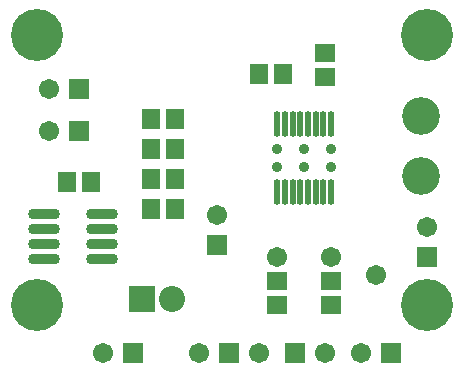
<source format=gts>
%FSLAX44Y44*%
%MOMM*%
G71*
G01*
G75*
G04 Layer_Color=8388736*
%ADD10R,1.5000X1.4000*%
%ADD11O,0.3500X2.0000*%
%ADD12R,1.4000X1.5000*%
%ADD13O,2.5000X0.7000*%
%ADD14C,0.2540*%
%ADD15C,0.3810*%
%ADD16C,0.5080*%
%ADD17R,1.5000X1.5000*%
%ADD18C,1.5000*%
%ADD19R,1.5000X1.5000*%
%ADD20C,3.0000*%
%ADD21R,2.0000X2.0000*%
%ADD22C,2.0000*%
%ADD23C,4.2000*%
%ADD24C,0.7000*%
%ADD25C,0.2500*%
%ADD26C,0.6000*%
%ADD27C,0.2000*%
%ADD28C,0.1000*%
%ADD29C,0.1270*%
%ADD30R,1.7032X1.6032*%
%ADD31O,0.5532X2.2032*%
%ADD32R,1.6032X1.7032*%
%ADD33O,2.7032X0.9032*%
%ADD34R,1.7032X1.7032*%
%ADD35C,1.7032*%
%ADD36R,1.7032X1.7032*%
%ADD37C,3.2032*%
%ADD38R,2.2032X2.2032*%
%ADD39C,2.2032*%
%ADD40C,4.4032*%
%ADD41C,0.9032*%
D30*
X782320Y990760D02*
D03*
Y1010760D02*
D03*
X736600Y990760D02*
D03*
Y1010760D02*
D03*
X777240Y1183800D02*
D03*
Y1203800D02*
D03*
D31*
X736710Y1086060D02*
D03*
X743210D02*
D03*
X749710D02*
D03*
X756210D02*
D03*
X762710D02*
D03*
X769210D02*
D03*
X775710D02*
D03*
X782210D02*
D03*
X736710Y1144060D02*
D03*
X743210D02*
D03*
X749710D02*
D03*
X756210D02*
D03*
X762710D02*
D03*
X769210D02*
D03*
X775710D02*
D03*
X782210D02*
D03*
D32*
X721520Y1186180D02*
D03*
X741520D02*
D03*
X630080Y1148080D02*
D03*
X650080D02*
D03*
Y1122680D02*
D03*
X630080D02*
D03*
Y1071880D02*
D03*
X650080D02*
D03*
X630080Y1097280D02*
D03*
X650080D02*
D03*
X578960Y1094740D02*
D03*
X558960D02*
D03*
D33*
X539380Y1068070D02*
D03*
Y1055370D02*
D03*
Y1042670D02*
D03*
Y1029970D02*
D03*
X588380Y1068070D02*
D03*
Y1055370D02*
D03*
Y1042670D02*
D03*
Y1029970D02*
D03*
D34*
X685800Y1041400D02*
D03*
X863600Y1031240D02*
D03*
D35*
X685800Y1066800D02*
D03*
X863600Y1056640D02*
D03*
X721360Y949960D02*
D03*
X777240D02*
D03*
X807720D02*
D03*
X589280D02*
D03*
X543560Y1137920D02*
D03*
Y1173480D02*
D03*
X670560Y949960D02*
D03*
X820420Y1016000D02*
D03*
X736600Y1031240D02*
D03*
X782320D02*
D03*
D36*
X695960Y949960D02*
D03*
X751840D02*
D03*
X833120D02*
D03*
X614680D02*
D03*
X568960Y1137920D02*
D03*
Y1173480D02*
D03*
D37*
X858520Y1099820D02*
D03*
X858521Y1150646D02*
D03*
D38*
X622300Y995680D02*
D03*
D39*
X647700D02*
D03*
D40*
X863600Y990600D02*
D03*
X533400D02*
D03*
X863600Y1219200D02*
D03*
X533400D02*
D03*
D41*
X759460Y1122680D02*
D03*
Y1107440D02*
D03*
X782320D02*
D03*
Y1122680D02*
D03*
X736600Y1107440D02*
D03*
Y1122680D02*
D03*
M02*

</source>
